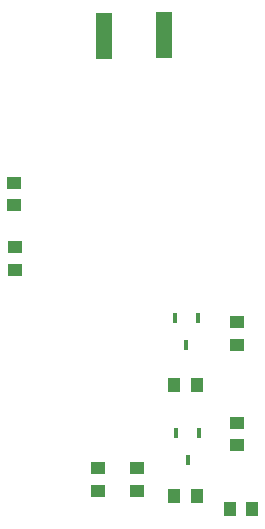
<source format=gbr>
G04 DipTrace 3.0.0.2*
G04 BottomPaste.gbr*
%MOIN*%
G04 #@! TF.FileFunction,Paste,Bot*
G04 #@! TF.Part,Single*
%ADD47R,0.017717X0.033465*%
%ADD55R,0.051181X0.043307*%
%ADD57R,0.043307X0.051181*%
%ADD61R,0.051969X0.151969*%
%FSLAX26Y26*%
G04*
G70*
G90*
G75*
G01*
G04 BotPaste*
%LPD*%
D61*
X856588Y2175596D3*
X1056982Y2177565D3*
D57*
X1351103Y599103D3*
X1276299D3*
D55*
X556168Y1610389D3*
Y1685192D3*
D47*
X1093496Y1236339D3*
X1168299D3*
X1130898Y1145788D3*
X1097701Y852331D3*
X1172504D3*
X1135103Y761780D3*
D55*
X1299213Y1220473D3*
Y1145670D3*
D57*
X1164701Y1010701D3*
X1089898D3*
D55*
X1299213Y885827D3*
Y811024D3*
D57*
X1164504Y641331D3*
X1089701D3*
D55*
X836701Y733701D3*
Y658898D3*
X966536Y734252D3*
Y659449D3*
X561024Y1470473D3*
Y1395670D3*
M02*

</source>
